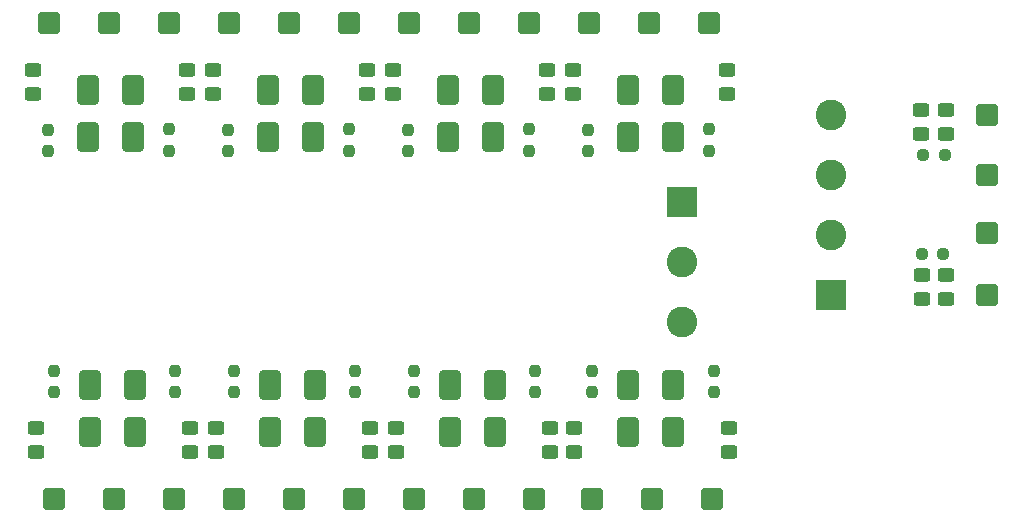
<source format=gbr>
%TF.GenerationSoftware,KiCad,Pcbnew,8.0.2*%
%TF.CreationDate,2024-07-03T12:32:50+02:00*%
%TF.ProjectId,OSSD_TEST_PCB,4f535344-5f54-4455-9354-5f5043422e6b,rev?*%
%TF.SameCoordinates,Original*%
%TF.FileFunction,Soldermask,Top*%
%TF.FilePolarity,Negative*%
%FSLAX46Y46*%
G04 Gerber Fmt 4.6, Leading zero omitted, Abs format (unit mm)*
G04 Created by KiCad (PCBNEW 8.0.2) date 2024-07-03 12:32:50*
%MOMM*%
%LPD*%
G01*
G04 APERTURE LIST*
G04 Aperture macros list*
%AMRoundRect*
0 Rectangle with rounded corners*
0 $1 Rounding radius*
0 $2 $3 $4 $5 $6 $7 $8 $9 X,Y pos of 4 corners*
0 Add a 4 corners polygon primitive as box body*
4,1,4,$2,$3,$4,$5,$6,$7,$8,$9,$2,$3,0*
0 Add four circle primitives for the rounded corners*
1,1,$1+$1,$2,$3*
1,1,$1+$1,$4,$5*
1,1,$1+$1,$6,$7*
1,1,$1+$1,$8,$9*
0 Add four rect primitives between the rounded corners*
20,1,$1+$1,$2,$3,$4,$5,0*
20,1,$1+$1,$4,$5,$6,$7,0*
20,1,$1+$1,$6,$7,$8,$9,0*
20,1,$1+$1,$8,$9,$2,$3,0*%
G04 Aperture macros list end*
%ADD10RoundRect,0.250000X0.650000X-1.000000X0.650000X1.000000X-0.650000X1.000000X-0.650000X-1.000000X0*%
%ADD11RoundRect,0.250000X0.450000X-0.325000X0.450000X0.325000X-0.450000X0.325000X-0.450000X-0.325000X0*%
%ADD12RoundRect,0.250000X-0.650000X1.000000X-0.650000X-1.000000X0.650000X-1.000000X0.650000X1.000000X0*%
%ADD13RoundRect,0.237500X0.237500X-0.250000X0.237500X0.250000X-0.237500X0.250000X-0.237500X-0.250000X0*%
%ADD14RoundRect,0.237500X-0.237500X0.250000X-0.237500X-0.250000X0.237500X-0.250000X0.237500X0.250000X0*%
%ADD15RoundRect,0.250000X-0.450000X0.325000X-0.450000X-0.325000X0.450000X-0.325000X0.450000X0.325000X0*%
%ADD16R,2.600000X2.600000*%
%ADD17C,2.600000*%
%ADD18RoundRect,0.237500X-0.250000X-0.237500X0.250000X-0.237500X0.250000X0.237500X-0.250000X0.237500X0*%
%ADD19RoundRect,0.250000X-0.675000X-0.675000X0.675000X-0.675000X0.675000X0.675000X-0.675000X0.675000X0*%
%ADD20RoundRect,0.250000X0.675000X0.675000X-0.675000X0.675000X-0.675000X-0.675000X0.675000X-0.675000X0*%
G04 APERTURE END LIST*
D10*
%TO.C,D504*%
X121285000Y-116681000D03*
X121285000Y-112681000D03*
%TD*%
D11*
%TO.C,D301*%
X143383000Y-118373000D03*
X143383000Y-116323000D03*
%TD*%
D12*
%TO.C,D804*%
X147828000Y-87662000D03*
X147828000Y-91662000D03*
%TD*%
D13*
%TO.C,R401*%
X129667000Y-113307500D03*
X129667000Y-111482500D03*
%TD*%
D11*
%TO.C,D1004*%
X187833000Y-91449000D03*
X187833000Y-89399000D03*
%TD*%
D14*
%TO.C,R902*%
X159639000Y-91059000D03*
X159639000Y-92884000D03*
%TD*%
D13*
%TO.C,R502*%
X124714000Y-113284000D03*
X124714000Y-111459000D03*
%TD*%
D12*
%TO.C,D604*%
X117348000Y-87662000D03*
X117348000Y-91662000D03*
%TD*%
D10*
%TO.C,D202*%
X163068000Y-116681000D03*
X163068000Y-112681000D03*
%TD*%
D15*
%TO.C,D901*%
X171450000Y-85970000D03*
X171450000Y-88020000D03*
%TD*%
D12*
%TO.C,D704*%
X132588000Y-87662000D03*
X132588000Y-91662000D03*
%TD*%
%TO.C,D802*%
X151638000Y-87662000D03*
X151638000Y-91662000D03*
%TD*%
D11*
%TO.C,D303*%
X156464000Y-118373000D03*
X156464000Y-116323000D03*
%TD*%
D12*
%TO.C,D902*%
X166878000Y-87662000D03*
X166878000Y-91662000D03*
%TD*%
D15*
%TO.C,D801*%
X156210000Y-85970000D03*
X156210000Y-88020000D03*
%TD*%
D16*
%TO.C,J1101*%
X167589000Y-97150000D03*
D17*
X167589000Y-102230000D03*
X167589000Y-107310000D03*
%TD*%
D15*
%TO.C,D601*%
X125730000Y-85970000D03*
X125730000Y-88020000D03*
%TD*%
D10*
%TO.C,D404*%
X136525000Y-116681000D03*
X136525000Y-112681000D03*
%TD*%
D16*
%TO.C,J1005*%
X180213000Y-105029000D03*
D17*
X180213000Y-99949000D03*
X180213000Y-94869000D03*
X180213000Y-89789000D03*
%TD*%
D11*
%TO.C,D1001*%
X187916000Y-105419000D03*
X187916000Y-103369000D03*
%TD*%
D14*
%TO.C,R801*%
X154686000Y-91035500D03*
X154686000Y-92860500D03*
%TD*%
D10*
%TO.C,D302*%
X147955000Y-116681000D03*
X147955000Y-112681000D03*
%TD*%
D18*
%TO.C,R1001*%
X187936500Y-101600000D03*
X189761500Y-101600000D03*
%TD*%
D14*
%TO.C,R802*%
X144399000Y-91059000D03*
X144399000Y-92884000D03*
%TD*%
D13*
%TO.C,R301*%
X144907000Y-113307500D03*
X144907000Y-111482500D03*
%TD*%
D11*
%TO.C,D401*%
X128143000Y-118373000D03*
X128143000Y-116323000D03*
%TD*%
D13*
%TO.C,R202*%
X170307000Y-113284000D03*
X170307000Y-111459000D03*
%TD*%
%TO.C,R201*%
X160020000Y-113307500D03*
X160020000Y-111482500D03*
%TD*%
D15*
%TO.C,D803*%
X143129000Y-85970000D03*
X143129000Y-88020000D03*
%TD*%
D13*
%TO.C,R302*%
X155194000Y-113284000D03*
X155194000Y-111459000D03*
%TD*%
D11*
%TO.C,D403*%
X141224000Y-118373000D03*
X141224000Y-116323000D03*
%TD*%
D10*
%TO.C,D204*%
X166878000Y-116681000D03*
X166878000Y-112681000D03*
%TD*%
D12*
%TO.C,D702*%
X136398000Y-87662000D03*
X136398000Y-91662000D03*
%TD*%
D10*
%TO.C,D402*%
X132715000Y-116681000D03*
X132715000Y-112681000D03*
%TD*%
D11*
%TO.C,D503*%
X125984000Y-118373000D03*
X125984000Y-116323000D03*
%TD*%
D14*
%TO.C,R602*%
X113919000Y-91059000D03*
X113919000Y-92884000D03*
%TD*%
D11*
%TO.C,D501*%
X112903000Y-118373000D03*
X112903000Y-116323000D03*
%TD*%
%TO.C,D203*%
X171577000Y-118373000D03*
X171577000Y-116323000D03*
%TD*%
D14*
%TO.C,R901*%
X169926000Y-91035500D03*
X169926000Y-92860500D03*
%TD*%
D11*
%TO.C,D201*%
X158496000Y-118373000D03*
X158496000Y-116323000D03*
%TD*%
D10*
%TO.C,D502*%
X117475000Y-116681000D03*
X117475000Y-112681000D03*
%TD*%
D15*
%TO.C,D903*%
X158369000Y-85970000D03*
X158369000Y-88020000D03*
%TD*%
D14*
%TO.C,R702*%
X129159000Y-91059000D03*
X129159000Y-92884000D03*
%TD*%
D15*
%TO.C,D701*%
X140970000Y-85970000D03*
X140970000Y-88020000D03*
%TD*%
D14*
%TO.C,R701*%
X139446000Y-91035500D03*
X139446000Y-92860500D03*
%TD*%
D13*
%TO.C,R402*%
X139954000Y-113284000D03*
X139954000Y-111459000D03*
%TD*%
D18*
%TO.C,R1002*%
X188063500Y-93218000D03*
X189888500Y-93218000D03*
%TD*%
D15*
%TO.C,D1002*%
X189992000Y-89399000D03*
X189992000Y-91449000D03*
%TD*%
D14*
%TO.C,R601*%
X124206000Y-91035500D03*
X124206000Y-92860500D03*
%TD*%
D12*
%TO.C,D904*%
X163068000Y-87662000D03*
X163068000Y-91662000D03*
%TD*%
D13*
%TO.C,R501*%
X114427000Y-113307500D03*
X114427000Y-111482500D03*
%TD*%
D15*
%TO.C,D703*%
X127889000Y-85970000D03*
X127889000Y-88020000D03*
%TD*%
D12*
%TO.C,D602*%
X121158000Y-87662000D03*
X121158000Y-91662000D03*
%TD*%
D10*
%TO.C,D304*%
X151765000Y-116681000D03*
X151765000Y-112681000D03*
%TD*%
D15*
%TO.C,D603*%
X112649000Y-85970000D03*
X112649000Y-88020000D03*
%TD*%
%TO.C,D1003*%
X189992000Y-103369000D03*
X189992000Y-105419000D03*
%TD*%
D19*
%TO.C,J1002*%
X193421000Y-99822000D03*
%TD*%
%TO.C,J702*%
X134366000Y-82042000D03*
%TD*%
%TO.C,J901*%
X169926000Y-82042000D03*
%TD*%
D20*
%TO.C,J302*%
X149987000Y-122301000D03*
%TD*%
%TO.C,J403*%
X139827000Y-122301000D03*
%TD*%
D19*
%TO.C,J903*%
X159766000Y-82042000D03*
%TD*%
%TO.C,J701*%
X139446000Y-82042000D03*
%TD*%
D20*
%TO.C,J203*%
X170180000Y-122301000D03*
%TD*%
D19*
%TO.C,J801*%
X154686000Y-82042000D03*
%TD*%
D20*
%TO.C,J401*%
X129667000Y-122301000D03*
%TD*%
D19*
%TO.C,J601*%
X124206000Y-82042000D03*
%TD*%
%TO.C,J603*%
X114046000Y-82042000D03*
%TD*%
%TO.C,J802*%
X149606000Y-82042000D03*
%TD*%
%TO.C,J803*%
X144526000Y-82042000D03*
%TD*%
D20*
%TO.C,J202*%
X165100000Y-122301000D03*
%TD*%
%TO.C,J503*%
X124587000Y-122301000D03*
%TD*%
D19*
%TO.C,J602*%
X119126000Y-82042000D03*
%TD*%
D20*
%TO.C,J402*%
X134747000Y-122301000D03*
%TD*%
%TO.C,J501*%
X114427000Y-122301000D03*
%TD*%
D19*
%TO.C,J902*%
X164846000Y-82042000D03*
%TD*%
D20*
%TO.C,J502*%
X119507000Y-122301000D03*
%TD*%
%TO.C,J201*%
X160020000Y-122301000D03*
%TD*%
D19*
%TO.C,J703*%
X129286000Y-82042000D03*
%TD*%
D20*
%TO.C,J303*%
X155067000Y-122301000D03*
%TD*%
D19*
%TO.C,J1003*%
X193421000Y-94869000D03*
%TD*%
D20*
%TO.C,J301*%
X144907000Y-122301000D03*
%TD*%
D19*
%TO.C,J1004*%
X193421000Y-89789000D03*
%TD*%
%TO.C,J1001*%
X193421000Y-105029000D03*
%TD*%
M02*

</source>
